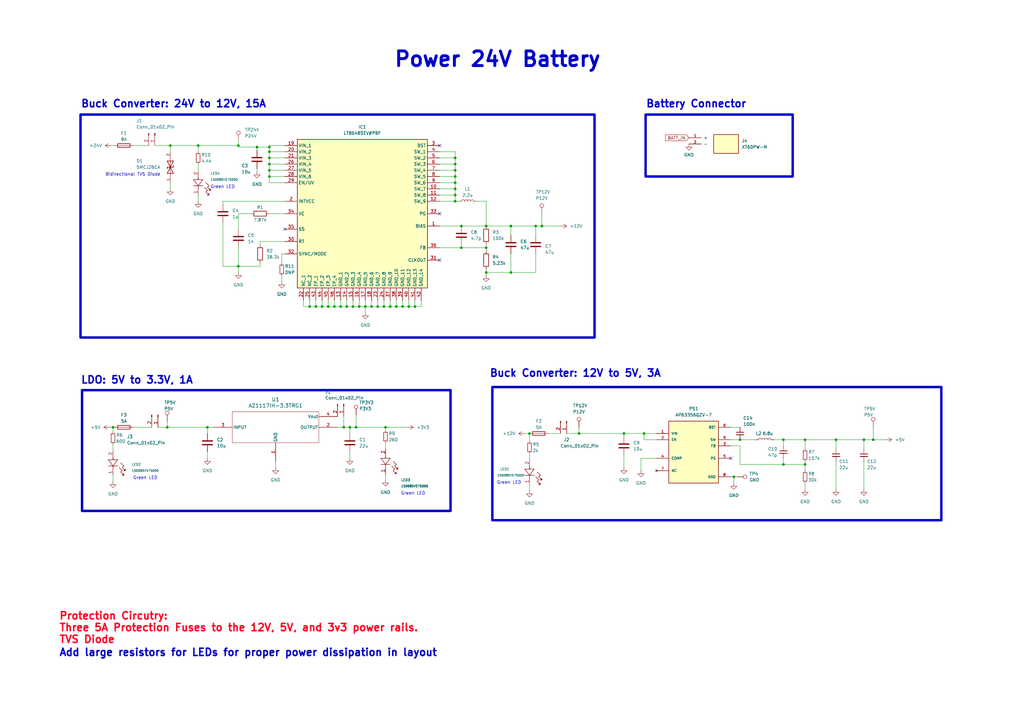
<source format=kicad_sch>
(kicad_sch (version 20230121) (generator eeschema)
  (paper "A3")
  (lib_symbols
    (symbol "2024-02-15_17-38-45:AZ1117IH-3.3TRG1" (pin_names (offset 0.254))
      (property "Reference" "U1" (at 25.4 10.16 0))
      (property "Value" "AZ1117IH-3.3TRG1" (at 25.4 7.62 0))
      (symbol "AZ1117IH-3.3TRG1_0_1"
        (polyline (pts (xy 7.62 -7.62) (xy 43.18 -7.62)) (stroke (width 0.127)))
        (polyline (pts (xy 7.62 5.08) (xy 7.62 -7.62)) (stroke (width 0.127)))
        (polyline (pts (xy 43.18 -7.62) (xy 43.18 5.08)) (stroke (width 0.127)))
        (polyline (pts (xy 43.18 5.08) (xy 7.62 5.08)) (stroke (width 0.127)))
        (pin output line (at 50.8 -1.27 180) (length 7.62) (name "OUTPUT") (number "2"))
      )
      (symbol "AZ1117IH-3.3TRG1_1_1"
        (pin power_out line (at 25.4 -15.24 90) (length 7.62) (name "GND") (number "1"))
        (pin input line (at 0 -1.27 0) (length 7.62) (name "INPUT") (number "3"))
        (pin input line (at 50.8 3.175 180) (length 7.62) (name "Vout") (number "4"))
      )
    )
    (symbol "2024-02-25_19-51-49:150080VS75000" (pin_names (offset 0.254))
      (property "Reference" "LED" (at 5.08 -4.445 0))
      (property "Value" "150080VS75000" (at 5.08 -7.62 0))
      (symbol "150080VS75000_1_1"
        (polyline (pts (xy 2.54 0) (xy 3.4798 0)) (stroke (width 0.2032)))
        (polyline (pts (xy 3.175 0) (xy 3.81 0)) (stroke (width 0.2032)))
        (polyline (pts (xy 3.81 -1.905) (xy 6.35 0)) (stroke (width 0.2032)))
        (polyline (pts (xy 3.81 1.905) (xy 3.81 -1.905)) (stroke (width 0.2032)))
        (polyline (pts (xy 5.08 3.175) (xy 6.35 4.445)) (stroke (width 0.2032)))
        (polyline (pts (xy 6.35 -1.905) (xy 6.35 1.905)) (stroke (width 0.2032)))
        (polyline (pts (xy 6.35 0) (xy 3.81 1.905)) (stroke (width 0.2032)))
        (polyline (pts (xy 6.35 0) (xy 7.62 0)) (stroke (width 0.2032)))
        (polyline (pts (xy 6.35 4.445) (xy 6.985 3.81)) (stroke (width 0.2032)))
        (polyline (pts (xy 6.985 2.54) (xy 8.255 3.81)) (stroke (width 0.2032)))
        (polyline (pts (xy 6.985 3.81) (xy 8.255 5.08)) (stroke (width 0.2032)))
        (polyline (pts (xy 7.62 5.08) (xy 8.255 4.445)) (stroke (width 0.2032)))
        (polyline (pts (xy 8.255 3.81) (xy 8.89 3.175)) (stroke (width 0.2032)))
        (polyline (pts (xy 8.255 4.445) (xy 8.255 5.08)) (stroke (width 0.2032)))
        (polyline (pts (xy 8.255 5.08) (xy 7.62 5.08)) (stroke (width 0.2032)))
        (polyline (pts (xy 8.89 3.175) (xy 10.16 4.445)) (stroke (width 0.2032)))
        (polyline (pts (xy 9.525 4.445) (xy 10.16 3.81)) (stroke (width 0.2032)))
        (polyline (pts (xy 10.16 3.81) (xy 10.16 4.445)) (stroke (width 0.2032)))
        (polyline (pts (xy 10.16 4.445) (xy 9.525 4.445)) (stroke (width 0.2032)))
        (pin unspecified line (at 10.16 0 180) (length 2.54) (name "") (number "1"))
        (pin unspecified line (at 0 0 0) (length 2.54) (name "") (number "2"))
      )
    )
    (symbol "AP63356QZV-7:AP63356QZV-7" (pin_names (offset 1.016))
      (property "Reference" "PS" (at -10.16 13.97 0))
      (property "Value" "AP63356QZV-7" (at -10.16 -13.97 0))
      (symbol "AP63356QZV-7_0_0"
        (rectangle (start -10.16 -12.7) (end 10.16 12.7) (stroke (width 0.254)) (fill (type background)))
        (pin input line (at -15.24 7.62 0) (length 5.08) (name "VIN") (number "1"))
        (pin input line (at -15.24 5.08 0) (length 5.08) (name "EN") (number "2"))
        (pin input line (at 15.24 2.54 180) (length 5.08) (name "FB") (number "3"))
        (pin passive line (at -15.24 -2.54 0) (length 5.08) (name "COMP") (number "4"))
        (pin output line (at 15.24 -2.54 180) (length 5.08) (name "PG") (number "5"))
        (pin input line (at 15.24 10.16 180) (length 5.08) (name "BST") (number "6"))
        (pin no_connect line (at -15.24 -7.62 0) (length 5.08) (name "NC") (number "7"))
        (pin power_in line (at 15.24 -10.16 180) (length 5.08) (name "GND") (number "8"))
        (pin output line (at 15.24 5.08 180) (length 5.08) (name "SW") (number "9"))
      )
    )
    (symbol "Connector:Conn_01x02_Pin" (pin_names (offset 1.016) hide)
      (property "Reference" "J" (at 0 2.54 0))
      (property "Value" "Conn_01x02_Pin" (at 0 -5.08 0))
      (symbol "Conn_01x02_Pin_1_1"
        (polyline (pts (xy 1.27 -2.54) (xy 0.8636 -2.54)) (stroke (width 0.1524)))
        (polyline (pts (xy 1.27 0) (xy 0.8636 0)) (stroke (width 0.1524)))
        (rectangle (start 0.8636 -2.413) (end 0 -2.667) (stroke (width 0.1524)) (fill (type outline)))
        (rectangle (start 0.8636 0.127) (end 0 -0.127) (stroke (width 0.1524)) (fill (type outline)))
        (pin passive line (at 5.08 0 180) (length 3.81) (name "Pin_1") (number "1"))
        (pin passive line (at 5.08 -2.54 180) (length 3.81) (name "Pin_2") (number "2"))
      )
    )
    (symbol "Connector:TestPoint" (pin_numbers hide) (pin_names (offset 0.762) hide)
      (property "Reference" "TP" (at 0 6.858 0))
      (property "Value" "TestPoint" (at 0 5.08 0))
      (symbol "TestPoint_0_1"
        (circle (center 0 3.302) (radius 0.762))
      )
      (symbol "TestPoint_1_1"
        (pin passive line (at 0 0 90) (length 2.54) (name "1") (number "1"))
      )
    )
    (symbol "Device:C" (pin_numbers hide) (pin_names (offset 0.254))
      (property "Reference" "C" (at 0.635 2.54 0))
      (property "Value" "C" (at 0.635 -2.54 0))
      (symbol "C_0_1"
        (polyline (pts (xy -2.032 -0.762) (xy 2.032 -0.762)) (stroke (width 0.508)))
        (polyline (pts (xy -2.032 0.762) (xy 2.032 0.762)) (stroke (width 0.508)))
      )
      (symbol "C_1_1"
        (pin passive line (at 0 3.81 270) (length 2.794) (name "~") (number "1"))
        (pin passive line (at 0 -3.81 90) (length 2.794) (name "~") (number "2"))
      )
    )
    (symbol "Device:C_Small" (pin_numbers hide) (pin_names (offset 0.254) hide)
      (property "Reference" "C" (at 0.254 1.778 0))
      (property "Value" "C_Small" (at 0.254 -2.032 0))
      (symbol "C_Small_0_1"
        (polyline (pts (xy -1.524 -0.508) (xy 1.524 -0.508)) (stroke (width 0.3302)))
        (polyline (pts (xy -1.524 0.508) (xy 1.524 0.508)) (stroke (width 0.3048)))
      )
      (symbol "C_Small_1_1"
        (pin passive line (at 0 2.54 270) (length 2.032) (name "~") (number "1"))
        (pin passive line (at 0 -2.54 90) (length 2.032) (name "~") (number "2"))
      )
    )
    (symbol "Device:Fuse" (pin_numbers hide) (pin_names (offset 0))
      (property "Reference" "F" (at 2.032 0 90))
      (property "Value" "Fuse" (at -1.905 0 90))
      (symbol "Fuse_0_1"
        (rectangle (start -0.762 -2.54) (end 0.762 2.54) (stroke (width 0.254)))
        (polyline (pts (xy 0 2.54) (xy 0 -2.54)))
      )
      (symbol "Fuse_1_1"
        (pin passive line (at 0 3.81 270) (length 1.27) (name "~") (number "1"))
        (pin passive line (at 0 -3.81 90) (length 1.27) (name "~") (number "2"))
      )
    )
    (symbol "Device:L" (pin_numbers hide) (pin_names (offset 1.016) hide)
      (property "Reference" "L" (at -1.27 0 90))
      (property "Value" "L" (at 1.905 0 90))
      (symbol "L_0_1"
        (arc (start 0 -2.54) (mid 0.6323 -1.905) (end 0 -1.27))
        (arc (start 0 -1.27) (mid 0.6323 -0.635) (end 0 0))
        (arc (start 0 0) (mid 0.6323 0.635) (end 0 1.27))
        (arc (start 0 1.27) (mid 0.6323 1.905) (end 0 2.54))
      )
      (symbol "L_1_1"
        (pin passive line (at 0 3.81 270) (length 1.27) (name "1") (number "1"))
        (pin passive line (at 0 -3.81 90) (length 1.27) (name "2") (number "2"))
      )
    )
    (symbol "Device:R" (pin_numbers hide) (pin_names (offset 0))
      (property "Reference" "R" (at 2.032 0 90))
      (property "Value" "R" (at 0 0 90))
      (symbol "R_0_1"
        (rectangle (start -1.016 -2.54) (end 1.016 2.54) (stroke (width 0.254)))
      )
      (symbol "R_1_1"
        (pin passive line (at 0 3.81 270) (length 1.27) (name "~") (number "1"))
        (pin passive line (at 0 -3.81 90) (length 1.27) (name "~") (number "2"))
      )
    )
    (symbol "Device:R_Small" (pin_numbers hide) (pin_names (offset 0.254) hide)
      (property "Reference" "R" (at 0.762 0.508 0))
      (property "Value" "R_Small" (at 0.762 -1.016 0))
      (symbol "R_Small_0_1"
        (rectangle (start -0.762 1.778) (end 0.762 -1.778) (stroke (width 0.2032)))
      )
      (symbol "R_Small_1_1"
        (pin passive line (at 0 2.54 270) (length 0.762) (name "~") (number "1"))
        (pin passive line (at 0 -2.54 90) (length 0.762) (name "~") (number "2"))
      )
    )
    (symbol "LT8648SEV#PBF:LT8648SEV#PBF"
      (property "Reference" "IC1" (at 31.75 7.62 0))
      (property "Value" "LT8648SEV#PBF" (at 31.75 5.08 0))
      (symbol "LT8648SEV#PBF_1_1"
        (rectangle (start 5.08 2.54) (end 58.42 -58.42) (stroke (width 0.254)) (fill (type background)))
        (pin passive line (at 63.5 -33.02 180) (length 5.08) (name "BIAS") (number "1"))
        (pin passive line (at 63.5 -17.78 180) (length 5.08) (name "SW_7") (number "10"))
        (pin passive line (at 63.5 -20.32 180) (length 5.08) (name "SW_8") (number "11"))
        (pin passive line (at 63.5 -22.86 180) (length 5.08) (name "SW_9") (number "12"))
        (pin passive line (at 22.86 -63.5 90) (length 5.08) (name "GND_1") (number "13"))
        (pin passive line (at 25.4 -63.5 90) (length 5.08) (name "GND_2") (number "14"))
        (pin passive line (at 27.94 -63.5 90) (length 5.08) (name "GND_3") (number "15"))
        (pin passive line (at 30.48 -63.5 90) (length 5.08) (name "GND_4") (number "16"))
        (pin passive line (at 33.02 -63.5 90) (length 5.08) (name "GND_5") (number "17"))
        (pin passive line (at 35.56 -63.5 90) (length 5.08) (name "GND_6") (number "18"))
        (pin passive line (at 0 0 0) (length 5.08) (name "VIN_1") (number "19"))
        (pin passive line (at 0 -22.86 0) (length 5.08) (name "INTVCC") (number "2"))
        (pin passive line (at 0 -2.54 0) (length 5.08) (name "VIN_2") (number "20"))
        (pin passive line (at 0 -5.08 0) (length 5.08) (name "VIN_3") (number "21"))
        (pin passive line (at 7.62 -63.5 90) (length 5.08) (name "NC_1") (number "22"))
        (pin passive line (at 38.1 -63.5 90) (length 5.08) (name "GND_7") (number "23"))
        (pin passive line (at 40.64 -63.5 90) (length 5.08) (name "GND_8") (number "24"))
        (pin passive line (at 10.16 -63.5 90) (length 5.08) (name "NC_2") (number "25"))
        (pin passive line (at 0 -7.62 0) (length 5.08) (name "VIN_4") (number "26"))
        (pin passive line (at 0 -10.16 0) (length 5.08) (name "VIN_5") (number "27"))
        (pin passive line (at 0 -12.7 0) (length 5.08) (name "VIN_6") (number "28"))
        (pin passive line (at 0 -15.24 0) (length 5.08) (name "EN/UV") (number "29"))
        (pin passive line (at 63.5 0 180) (length 5.08) (name "BST") (number "3"))
        (pin passive line (at 0 -39.37 0) (length 5.08) (name "RT") (number "30"))
        (pin passive line (at 63.5 -46.99 180) (length 5.08) (name "CLKOUT") (number "31"))
        (pin passive line (at 0 -44.45 0) (length 5.08) (name "SYNC/MODE") (number "32"))
        (pin passive line (at 63.5 -27.94 180) (length 5.08) (name "PG") (number "33"))
        (pin passive line (at 0 -27.94 0) (length 5.08) (name "VC") (number "34"))
        (pin passive line (at 0 -34.29 0) (length 5.08) (name "SS") (number "35"))
        (pin passive line (at 63.5 -41.91 180) (length 5.08) (name "FB") (number "36"))
        (pin passive line (at 43.18 -63.5 90) (length 5.08) (name "GND_9") (number "37"))
        (pin passive line (at 45.72 -63.5 90) (length 5.08) (name "GND_10") (number "38"))
        (pin passive line (at 48.26 -63.5 90) (length 5.08) (name "GND_11") (number "39"))
        (pin passive line (at 63.5 -2.54 180) (length 5.08) (name "SW_1") (number "4"))
        (pin passive line (at 50.8 -63.5 90) (length 5.08) (name "GND_12") (number "40"))
        (pin passive line (at 53.34 -63.5 90) (length 5.08) (name "GND_13") (number "41"))
        (pin passive line (at 55.88 -63.5 90) (length 5.08) (name "GND_14") (number "42"))
        (pin passive line (at 12.7 -63.5 90) (length 5.08) (name "EP_1") (number "43"))
        (pin passive line (at 15.24 -63.5 90) (length 5.08) (name "EP_2") (number "44"))
        (pin passive line (at 17.78 -63.5 90) (length 5.08) (name "EP_3") (number "45"))
        (pin passive line (at 20.32 -63.5 90) (length 5.08) (name "EP_4") (number "46"))
        (pin passive line (at 63.5 -5.08 180) (length 5.08) (name "SW_2") (number "5"))
        (pin passive line (at 63.5 -7.62 180) (length 5.08) (name "SW_3") (number "6"))
        (pin passive line (at 63.5 -10.16 180) (length 5.08) (name "SW_4") (number "7"))
        (pin passive line (at 63.5 -12.7 180) (length 5.08) (name "SW_5") (number "8"))
        (pin passive line (at 63.5 -15.24 180) (length 5.08) (name "SW_6") (number "9"))
      )
    )
    (symbol "SMCJ26CA:SMCJ26CA" (pin_names (offset 1.016))
      (property "Reference" "D" (at -7.62 2.413 0))
      (property "Value" "SMCJ26CA" (at -7.62 -4.953 0))
      (symbol "SMCJ26CA_0_0"
        (polyline (pts (xy -5.08 0) (xy 2.54 0)) (stroke (width 0.1524)))
        (polyline (pts (xy -3.81 -1.27) (xy -1.27 0)) (stroke (width 0.254)))
        (polyline (pts (xy -3.81 1.27) (xy -3.81 -1.27)) (stroke (width 0.254)))
        (polyline (pts (xy -1.905 1.27) (xy -1.27 1.27)) (stroke (width 0.254)))
        (polyline (pts (xy -1.27 -1.27) (xy -1.27 0)) (stroke (width 0.254)))
        (polyline (pts (xy -1.27 0) (xy -3.81 1.27)) (stroke (width 0.254)))
        (polyline (pts (xy -1.27 0) (xy -1.27 1.27)) (stroke (width 0.254)))
        (polyline (pts (xy -1.27 0) (xy 1.27 -1.27)) (stroke (width 0.254)))
        (polyline (pts (xy -0.635 -1.27) (xy -1.27 -1.27)) (stroke (width 0.254)))
        (polyline (pts (xy 1.27 -1.27) (xy 1.27 1.27)) (stroke (width 0.254)))
        (polyline (pts (xy 1.27 1.27) (xy -1.27 0)) (stroke (width 0.254)))
        (pin passive line (at -7.62 0 0) (length 2.54) (name "~") (number "1"))
        (pin passive line (at 5.08 0 180) (length 2.54) (name "~") (number "2"))
      )
    )
    (symbol "XT60PW-M:XT60PW-M" (pin_names (offset 1.016))
      (property "Reference" "J" (at -5.08 5.7234 0))
      (property "Value" "XT60PW-M" (at 0 3.81 0))
      (symbol "XT60PW-M_0_0"
        (rectangle (start 0 3.81) (end 10.16 -3.81) (stroke (width 0.254)) (fill (type background)))
        (pin passive line (at -10.16 2.54 0) (length 5.08) (name "+") (number "1"))
        (pin passive line (at -10.16 0 0) (length 5.08) (name "-") (number "2"))
      )
    )
    (symbol "power:+12V" (power) (pin_names (offset 0))
      (property "Value" "+12V" (at 0 3.556 0))
      (symbol "+12V_0_1"
        (polyline (pts (xy -0.762 1.27) (xy 0 2.54)))
        (polyline (pts (xy 0 0) (xy 0 2.54)))
        (polyline (pts (xy 0 2.54) (xy 0.762 1.27)))
      )
      (symbol "+12V_1_1"
        (pin power_in line (at 0 0 90) (length 0) hide (name "+12V") (number "1"))
      )
    )
    (symbol "power:+24V" (power) (pin_names (offset 0))
      (property "Value" "+24V" (at 0 3.556 0))
      (symbol "+24V_0_1"
        (polyline (pts (xy -0.762 1.27) (xy 0 2.54)))
        (polyline (pts (xy 0 0) (xy 0 2.54)))
        (polyline (pts (xy 0 2.54) (xy 0.762 1.27)))
      )
      (symbol "+24V_1_1"
        (pin power_in line (at 0 0 90) (length 0) hide (name "+24V") (number "1"))
      )
    )
    (symbol "power:+3V3" (power) (pin_names (offset 0))
      (property "Value" "+3V3" (at 0 3.556 0))
      (symbol "+3V3_0_1"
        (polyline (pts (xy -0.762 1.27) (xy 0 2.54)))
        (polyline (pts (xy 0 0) (xy 0 2.54)))
        (polyline (pts (xy 0 2.54) (xy 0.762 1.27)))
      )
      (symbol "+3V3_1_1"
        (pin power_in line (at 0 0 90) (length 0) hide (name "+3V3") (number "1"))
      )
    )
    (symbol "power:+5V" (power) (pin_names (offset 0))
      (property "Value" "+5V" (at 0 3.556 0))
      (symbol "+5V_0_1"
        (polyline (pts (xy -0.762 1.27) (xy 0 2.54)))
        (polyline (pts (xy 0 0) (xy 0 2.54)))
        (polyline (pts (xy 0 2.54) (xy 0.762 1.27)))
      )
      (symbol "+5V_1_1"
        (pin power_in line (at 0 0 90) (length 0) hide (name "+5V") (number "1"))
      )
    )
    (symbol "power:GND" (power) (pin_names (offset 0))
      (property "Value" "GND" (at 0 -3.81 0))
      (symbol "GND_0_1"
        (polyline (pts (xy 0 0) (xy 0 -1.27) (xy 1.27 -1.27) (xy 0 -2.54) (xy -1.27 -1.27) (xy 0 -1.27)))
      )
      (symbol "GND_1_1"
        (pin power_in line (at 0 0 270) (length 0) hide (name "GND") (number "1"))
      )
    )
  )
  (junction (at 186.69 80.01))
  (junction (at 321.31 180.34))
  (junction (at 186.69 74.93))
  (junction (at 160.02 125.73))
  (junction (at 149.86 125.73))
  (junction (at 209.55 92.71))
  (junction (at 144.78 125.73))
  (junction (at 129.54 125.73))
  (junction (at 330.2 190.5))
  (junction (at 158.115 175.26))
  (junction (at 219.71 92.71))
  (junction (at 189.23 101.6))
  (junction (at 358.14 180.34))
  (junction (at 186.69 72.39))
  (junction (at 85.09 175.26))
  (junction (at 81.28 59.69))
  (junction (at 105.41 60.325))
  (junction (at 137.16 125.73))
  (junction (at 186.69 69.85))
  (junction (at 154.94 125.73))
  (junction (at 139.7 125.73))
  (junction (at 46.355 175.26))
  (junction (at 321.31 190.5))
  (junction (at 146.05 175.26))
  (junction (at 170.18 125.73))
  (junction (at 127 125.73))
  (junction (at 186.69 67.31))
  (junction (at 110.49 67.31))
  (junction (at 142.24 125.73))
  (junction (at 97.79 59.69))
  (junction (at 110.49 69.85))
  (junction (at 143.51 175.26))
  (junction (at 110.49 64.77))
  (junction (at 165.1 125.73))
  (junction (at 264.16 177.8))
  (junction (at 237.49 177.8))
  (junction (at 162.56 125.73))
  (junction (at 152.4 125.73))
  (junction (at 255.905 177.8))
  (junction (at 110.49 60.325))
  (junction (at 342.9 180.34))
  (junction (at 222.25 92.71))
  (junction (at 209.55 111.76))
  (junction (at 330.2 180.34))
  (junction (at 132.08 125.73))
  (junction (at 199.39 111.76))
  (junction (at 68.58 175.26))
  (junction (at 217.17 177.8))
  (junction (at 157.48 125.73))
  (junction (at 97.79 109.22))
  (junction (at 199.39 101.6))
  (junction (at 147.32 125.73))
  (junction (at 69.85 59.69))
  (junction (at 167.64 125.73))
  (junction (at 300.99 195.58))
  (junction (at 303.53 180.34))
  (junction (at 110.49 62.23))
  (junction (at 354.33 180.34))
  (junction (at 134.62 125.73))
  (junction (at 186.69 77.47))
  (junction (at 189.23 92.71))
  (junction (at 110.49 72.39))
  (junction (at 186.69 82.55))
  (junction (at 186.69 64.77))
  (junction (at 199.39 92.71))
  (junction (at 140.97 175.26))
  (no_connect (at 299.72 187.96))
  (no_connect (at 180.34 87.63))
  (no_connect (at 180.34 106.68))
  (no_connect (at 180.34 59.69))
  (no_connect (at 116.84 93.98))
  (wire (pts (xy 46.355 175.26) (xy 46.355 177.165)))
  (wire (pts (xy 116.84 99.06) (xy 106.68 99.06)))
  (wire (pts (xy 222.25 92.71) (xy 219.71 92.71)))
  (wire (pts (xy 139.7 123.19) (xy 139.7 125.73)))
  (wire (pts (xy 321.31 190.5) (xy 330.2 190.5)))
  (wire (pts (xy 137.16 125.73) (xy 139.7 125.73)))
  (wire (pts (xy 64.77 175.26) (xy 68.58 175.26)))
  (wire (pts (xy 81.28 80.01) (xy 81.28 82.55)))
  (wire (pts (xy 110.49 62.23) (xy 110.49 60.325)))
  (wire (pts (xy 199.39 92.71) (xy 199.39 82.55)))
  (wire (pts (xy 68.58 175.26) (xy 85.09 175.26)))
  (wire (pts (xy 199.39 102.87) (xy 199.39 101.6)))
  (wire (pts (xy 81.28 59.69) (xy 81.28 62.23)))
  (wire (pts (xy 154.94 123.19) (xy 154.94 125.73)))
  (wire (pts (xy 237.49 177.8) (xy 255.905 177.8)))
  (wire (pts (xy 264.16 180.34) (xy 264.16 177.8)))
  (wire (pts (xy 106.68 99.06) (xy 106.68 100.33)))
  (wire (pts (xy 46.355 175.26) (xy 46.99 175.26)))
  (wire (pts (xy 219.71 96.52) (xy 219.71 92.71)))
  (wire (pts (xy 157.48 123.19) (xy 157.48 125.73)))
  (wire (pts (xy 209.55 96.52) (xy 209.55 92.71)))
  (wire (pts (xy 91.44 82.55) (xy 116.84 82.55)))
  (wire (pts (xy 124.46 125.73) (xy 127 125.73)))
  (wire (pts (xy 180.34 64.77) (xy 186.69 64.77)))
  (wire (pts (xy 97.79 59.69) (xy 97.79 60.325)))
  (wire (pts (xy 330.2 189.23) (xy 330.2 190.5)))
  (wire (pts (xy 69.85 59.69) (xy 69.85 62.23)))
  (wire (pts (xy 91.44 91.44) (xy 91.44 109.22)))
  (wire (pts (xy 116.84 74.93) (xy 110.49 74.93)))
  (wire (pts (xy 91.44 83.82) (xy 91.44 82.55)))
  (wire (pts (xy 321.31 180.34) (xy 317.5 180.34)))
  (wire (pts (xy 149.86 125.73) (xy 149.86 128.27)))
  (wire (pts (xy 97.79 57.785) (xy 97.79 59.69)))
  (wire (pts (xy 132.08 125.73) (xy 134.62 125.73)))
  (wire (pts (xy 110.49 74.93) (xy 110.49 72.39)))
  (wire (pts (xy 300.99 195.58) (xy 302.26 195.58)))
  (wire (pts (xy 219.71 104.14) (xy 219.71 111.76)))
  (wire (pts (xy 110.49 69.85) (xy 116.84 69.85)))
  (wire (pts (xy 303.53 180.34) (xy 309.88 180.34)))
  (wire (pts (xy 162.56 123.19) (xy 162.56 125.73)))
  (wire (pts (xy 105.41 60.325) (xy 105.41 61.595)))
  (wire (pts (xy 137.16 123.19) (xy 137.16 125.73)))
  (wire (pts (xy 300.99 198.12) (xy 300.99 195.58)))
  (wire (pts (xy 186.69 82.55) (xy 187.96 82.55)))
  (wire (pts (xy 255.905 177.8) (xy 255.905 179.07)))
  (wire (pts (xy 180.34 82.55) (xy 186.69 82.55)))
  (wire (pts (xy 143.51 185.42) (xy 143.51 187.96)))
  (wire (pts (xy 209.55 104.14) (xy 209.55 111.76)))
  (wire (pts (xy 110.49 87.63) (xy 116.84 87.63)))
  (wire (pts (xy 54.61 175.26) (xy 62.23 175.26)))
  (wire (pts (xy 167.64 125.73) (xy 170.18 125.73)))
  (wire (pts (xy 110.49 60.325) (xy 110.49 59.69)))
  (wire (pts (xy 358.14 180.34) (xy 363.22 180.34)))
  (wire (pts (xy 124.46 123.19) (xy 124.46 125.73)))
  (wire (pts (xy 85.09 175.26) (xy 87.63 175.26)))
  (wire (pts (xy 217.17 177.8) (xy 217.17 180.975)))
  (wire (pts (xy 299.72 182.88) (xy 303.53 182.88)))
  (wire (pts (xy 138.43 175.26) (xy 140.97 175.26)))
  (wire (pts (xy 91.44 109.22) (xy 97.79 109.22)))
  (wire (pts (xy 45.72 59.69) (xy 46.99 59.69)))
  (wire (pts (xy 264.16 177.8) (xy 255.905 177.8)))
  (wire (pts (xy 354.33 180.34) (xy 358.14 180.34)))
  (wire (pts (xy 97.79 109.22) (xy 97.79 111.76)))
  (wire (pts (xy 189.23 92.71) (xy 199.39 92.71)))
  (wire (pts (xy 186.69 72.39) (xy 186.69 74.93)))
  (wire (pts (xy 199.39 82.55) (xy 195.58 82.55)))
  (wire (pts (xy 180.34 92.71) (xy 189.23 92.71)))
  (wire (pts (xy 116.84 59.69) (xy 110.49 59.69)))
  (wire (pts (xy 199.39 111.76) (xy 199.39 113.03)))
  (wire (pts (xy 170.18 125.73) (xy 172.72 125.73)))
  (wire (pts (xy 115.57 113.03) (xy 115.57 115.57)))
  (wire (pts (xy 132.08 123.19) (xy 132.08 125.73)))
  (wire (pts (xy 146.05 175.26) (xy 158.115 175.26)))
  (wire (pts (xy 180.34 74.93) (xy 186.69 74.93)))
  (wire (pts (xy 162.56 125.73) (xy 165.1 125.73)))
  (wire (pts (xy 255.905 186.69) (xy 255.905 191.77)))
  (wire (pts (xy 354.33 189.23) (xy 354.33 200.66)))
  (wire (pts (xy 152.4 125.73) (xy 154.94 125.73)))
  (wire (pts (xy 160.02 123.19) (xy 160.02 125.73)))
  (wire (pts (xy 158.115 175.26) (xy 158.115 176.53)))
  (wire (pts (xy 110.49 64.77) (xy 116.84 64.77)))
  (wire (pts (xy 69.85 59.69) (xy 81.28 59.69)))
  (wire (pts (xy 269.24 187.96) (xy 262.89 187.96)))
  (wire (pts (xy 110.49 72.39) (xy 110.49 69.85)))
  (wire (pts (xy 170.18 123.19) (xy 170.18 125.73)))
  (wire (pts (xy 134.62 123.19) (xy 134.62 125.73)))
  (wire (pts (xy 342.9 180.34) (xy 354.33 180.34)))
  (wire (pts (xy 342.9 189.23) (xy 342.9 200.66)))
  (wire (pts (xy 358.14 175.26) (xy 358.14 180.34)))
  (wire (pts (xy 342.9 184.15) (xy 342.9 180.34)))
  (wire (pts (xy 199.39 111.76) (xy 199.39 110.49)))
  (wire (pts (xy 129.54 123.19) (xy 129.54 125.73)))
  (wire (pts (xy 330.2 180.34) (xy 342.9 180.34)))
  (wire (pts (xy 158.115 175.26) (xy 167.005 175.26)))
  (wire (pts (xy 97.79 60.325) (xy 105.41 60.325)))
  (wire (pts (xy 180.34 69.85) (xy 186.69 69.85)))
  (wire (pts (xy 63.5 59.69) (xy 69.85 59.69)))
  (wire (pts (xy 110.49 60.325) (xy 105.41 60.325)))
  (wire (pts (xy 330.2 198.12) (xy 330.2 200.66)))
  (wire (pts (xy 167.64 123.19) (xy 167.64 125.73)))
  (wire (pts (xy 217.17 186.055) (xy 217.17 188.595)))
  (wire (pts (xy 110.49 64.77) (xy 110.49 62.23)))
  (wire (pts (xy 115.57 104.14) (xy 115.57 107.95)))
  (wire (pts (xy 354.33 180.34) (xy 354.33 184.15)))
  (wire (pts (xy 165.1 125.73) (xy 167.64 125.73)))
  (wire (pts (xy 146.05 170.18) (xy 146.05 175.26)))
  (wire (pts (xy 299.72 175.26) (xy 303.53 175.26)))
  (wire (pts (xy 149.86 125.73) (xy 152.4 125.73)))
  (wire (pts (xy 321.31 182.88) (xy 321.31 180.34)))
  (wire (pts (xy 237.49 175.26) (xy 237.49 177.8)))
  (wire (pts (xy 199.39 100.33) (xy 199.39 101.6)))
  (wire (pts (xy 140.97 170.815) (xy 140.97 175.26)))
  (wire (pts (xy 147.32 123.19) (xy 147.32 125.73)))
  (wire (pts (xy 143.51 177.8) (xy 143.51 175.26)))
  (wire (pts (xy 330.2 180.34) (xy 321.31 180.34)))
  (wire (pts (xy 180.34 80.01) (xy 186.69 80.01)))
  (wire (pts (xy 81.28 67.31) (xy 81.28 69.85)))
  (wire (pts (xy 180.34 72.39) (xy 186.69 72.39)))
  (wire (pts (xy 219.71 92.71) (xy 209.55 92.71)))
  (wire (pts (xy 144.78 125.73) (xy 147.32 125.73)))
  (wire (pts (xy 330.2 184.15) (xy 330.2 180.34)))
  (wire (pts (xy 186.69 62.23) (xy 186.69 64.77)))
  (wire (pts (xy 143.51 175.26) (xy 146.05 175.26)))
  (wire (pts (xy 68.58 172.72) (xy 68.58 175.26)))
  (wire (pts (xy 232.41 177.8) (xy 237.49 177.8)))
  (wire (pts (xy 222.25 92.71) (xy 229.87 92.71)))
  (wire (pts (xy 180.34 101.6) (xy 189.23 101.6)))
  (wire (pts (xy 110.49 67.31) (xy 116.84 67.31)))
  (wire (pts (xy 269.24 180.34) (xy 264.16 180.34)))
  (wire (pts (xy 180.34 77.47) (xy 186.69 77.47)))
  (wire (pts (xy 85.09 185.42) (xy 85.09 187.96)))
  (wire (pts (xy 110.49 69.85) (xy 110.49 67.31)))
  (wire (pts (xy 97.79 109.22) (xy 106.68 109.22)))
  (wire (pts (xy 186.69 80.01) (xy 186.69 82.55)))
  (wire (pts (xy 154.94 125.73) (xy 157.48 125.73)))
  (wire (pts (xy 105.41 69.215) (xy 105.41 70.485)))
  (wire (pts (xy 300.99 195.58) (xy 299.72 195.58)))
  (wire (pts (xy 129.54 125.73) (xy 132.08 125.73)))
  (wire (pts (xy 97.79 101.6) (xy 97.79 109.22)))
  (wire (pts (xy 116.84 72.39) (xy 110.49 72.39)))
  (wire (pts (xy 180.34 62.23) (xy 186.69 62.23)))
  (wire (pts (xy 186.69 74.93) (xy 186.69 77.47)))
  (wire (pts (xy 189.23 100.33) (xy 189.23 101.6)))
  (wire (pts (xy 217.17 198.755) (xy 217.17 201.295)))
  (wire (pts (xy 69.85 74.93) (xy 69.85 77.47)))
  (wire (pts (xy 186.69 67.31) (xy 186.69 69.85)))
  (wire (pts (xy 219.71 111.76) (xy 209.55 111.76)))
  (wire (pts (xy 127 123.19) (xy 127 125.73)))
  (wire (pts (xy 180.34 67.31) (xy 186.69 67.31)))
  (wire (pts (xy 217.17 177.8) (xy 215.265 177.8)))
  (wire (pts (xy 149.86 123.19) (xy 149.86 125.73)))
  (wire (pts (xy 46.355 182.245) (xy 46.355 184.785)))
  (wire (pts (xy 209.55 111.76) (xy 199.39 111.76)))
  (wire (pts (xy 116.84 104.14) (xy 115.57 104.14)))
  (wire (pts (xy 262.89 187.96) (xy 262.89 193.04)))
  (wire (pts (xy 158.115 194.31) (xy 158.115 196.85)))
  (wire (pts (xy 303.53 190.5) (xy 321.31 190.5)))
  (wire (pts (xy 106.68 109.22) (xy 106.68 107.95)))
  (wire (pts (xy 152.4 123.19) (xy 152.4 125.73)))
  (wire (pts (xy 186.69 64.77) (xy 186.69 67.31)))
  (wire (pts (xy 110.49 67.31) (xy 110.49 64.77)))
  (wire (pts (xy 110.49 62.23) (xy 116.84 62.23)))
  (wire (pts (xy 113.03 189.23) (xy 113.03 191.77)))
  (wire (pts (xy 209.55 92.71) (xy 199.39 92.71)))
  (wire (pts (xy 81.28 59.69) (xy 97.79 59.69)))
  (wire (pts (xy 127 125.73) (xy 129.54 125.73)))
  (wire (pts (xy 54.61 59.69) (xy 60.96 59.69)))
  (wire (pts (xy 85.09 177.8) (xy 85.09 175.26)))
  (wire (pts (xy 144.78 123.19) (xy 144.78 125.73)))
  (wire (pts (xy 46.355 194.945) (xy 46.355 197.485)))
  (wire (pts (xy 172.72 125.73) (xy 172.72 123.19)))
  (wire (pts (xy 160.02 125.73) (xy 162.56 125.73)))
  (wire (pts (xy 102.87 87.63) (xy 97.79 87.63)))
  (wire (pts (xy 157.48 125.73) (xy 160.02 125.73)))
  (wire (pts (xy 330.2 190.5) (xy 330.2 193.04)))
  (wire (pts (xy 224.79 177.8) (xy 229.87 177.8)))
  (wire (pts (xy 45.085 175.26) (xy 46.355 175.26)))
  (wire (pts (xy 321.31 187.96) (xy 321.31 190.5)))
  (wire (pts (xy 165.1 123.19) (xy 165.1 125.73)))
  (wire (pts (xy 186.69 77.47) (xy 186.69 80.01)))
  (wire (pts (xy 134.62 125.73) (xy 137.16 125.73)))
  (wire (pts (xy 147.32 125.73) (xy 149.86 125.73)))
  (wire (pts (xy 142.24 123.19) (xy 142.24 125.73)))
  (wire (pts (xy 269.24 177.8) (xy 264.16 177.8)))
  (wire (pts (xy 222.25 87.63) (xy 222.25 92.71)))
  (wire (pts (xy 186.69 69.85) (xy 186.69 72.39)))
  (wire (pts (xy 139.7 125.73) (xy 142.24 125.73)))
  (wire (pts (xy 299.72 180.34) (xy 303.53 180.34)))
  (wire (pts (xy 158.115 181.61) (xy 158.115 184.15)))
  (wire (pts (xy 97.79 87.63) (xy 97.79 93.98)))
  (wire (pts (xy 140.97 175.26) (xy 143.51 175.26)))
  (wire (pts (xy 303.53 182.88) (xy 303.53 190.5)))
  (wire (pts (xy 142.24 125.73) (xy 144.78 125.73)))
  (wire (pts (xy 189.23 101.6) (xy 199.39 101.6)))
  (rectangle (start 116.84 160.02) (end 116.84 160.02))
  (rectangle (start 33.655 160.02) (end 184.785 209.55) (stroke (width 1)))
  (rectangle (start 33.02 46.99) (end 243.84 138.43) (stroke (width 1)))
  (rectangle (start 264.795 46.99) (end 325.12 72.39) (stroke (width 1)))
  (rectangle (start 201.93 158.75) (end 386.08 213.36) (stroke (width 1)))
  (text "LDO: 5V to 3.3V, 1A\n\n" (at 33.02 162.56 0) (effects (font (size 3 3) (thickness 0.6) bold) (justify left bottom)))
  (text "Buck Converter: 24V to 12V, 15A \n" (at 33.02 44.45 0) (effects (font (size 3 3) (thickness 0.6) bold) (justify left bottom)))
  (text "Green LED\n" (at 54.61 196.85 0) (effects (font (size 1.27 1.27)) (justify left bottom)))
  (text "Power 24V Battery\n" (at 161.29 27.94 0) (effects (font (size 6 6) bold) (justify left bottom)))
  (text "Green LED\n" (at 203.835 198.755 0) (effects (font (size 1.27 1.27)) (justify left bottom)))
  (text "Green LED\n" (at 86.36 77.47 0) (effects (font (size 1.27 1.27)) (justify left bottom)))
  (text "Green LED\n" (at 164.465 203.2 0) (effects (font (size 1.27 1.27)) (justify left bottom)))
  (text "Battery Connector" (at 264.795 44.45 0) (effects (font (size 3 3) (thickness 0.6) bold) (justify left bottom)))
  (text "Add large resistors for LEDs for proper power dissipation in layout\n\n" (at 24.13 274.32 0) (effects (font (size 3 3) (thickness 0.6) bold) (justify left bottom)))
  (text "Protection Circutry: \nThree 5A Protection Fuses to the 12V, 5V, and 3v3 power rails.\nTVS Diode\n" (at 24.13 264.16 0) (effects (font (size 3 3) bold) (justify left bottom)))
  (text "Bidirectional TVS Diode\n" (at 43.18 72.39 0) (effects (font (size 1.27 1.27)) (justify left bottom)))
  (text "Buck Converter: 12V to 5V, 3A\n" (at 200.66 154.94 0) (effects (font (size 3 3) (thickness 0.6) bold) (justify left bottom)))
  (global_label "BATT_IN" (shape input) (at 282.575 56.515 180) (property "Intersheetrefs" "${INTERSHEET_REFS}" (effects hide)))
  (symbol (lib_id "2024-02-25_19-51-49:150080VS75000") (at 217.17 188.595 270) (unit 1)
    (property "Reference" "LED1" (at 205.105 192.405 90) (effects (font (size 1 1)) (justify left)))
    (property "Value" "150080VS75000" (at 203.835 194.945 90) (effects (font (size 0.9 0.9)) (justify left)))
    (property "Footprint" "CSTAR-MainBoard-Footprints:LED_0VS75000_WRE" (effects hide))
    (property "Datasheet" "150080VS75000" (effects hide))
  )
  (symbol (lib_id "Device:C") (at 85.09 181.61 0) (unit 1)
    (property "Reference" "C2" (at 88.9 180.34 0) (effects (justify left)))
    (property "Value" "10u" (at 88.9 182.88 0) (effects (justify left)))
    (property "Footprint" "Capacitor_SMD:C_0805_2012Metric" (effects hide))
  )
  (symbol (lib_id "Device:R_Small") (at 217.17 183.515 0) (unit 1)
    (property "Reference" "R5" (at 218.44 182.245 0) (effects (justify left)))
    (property "Value" "2k" (at 218.44 184.785 0) (effects (justify left)))
    (property "Footprint" "Resistor_SMD:R_0805_2012Metric" (effects hide))
  )
  (symbol (lib_id "power:GND") (at 300.99 198.12 0) (unit 1)
    (property "Reference" "#PWR08" (effects hide))
    (property "Value" "GND" (at 300.99 203.2 0))
  )
  (symbol (lib_id "XT60PW-M:XT60PW-M") (at 292.735 59.055 0) (unit 1)
    (property "Reference" "J4" (at 304.165 57.785 0) (effects (justify left)))
    (property "Value" "XT60PW-M" (at 304.165 60.325 0) (effects (justify left)))
    (property "Footprint" "CSTAR-MainBoard-Footprints:AMASS_XT60PW-M" (effects hide))
    (property "MAXIMUM_PACKAGE_HEIGHT" "8.4 mm" (effects hide))
    (property "Description" "\nSocket, DC supply, male, PIN: 2\n" (effects hide))
  )
  (symbol (lib_id "power:+12V") (at 215.265 177.8 90) (unit 1)
    (property "Reference" "#PWR019" (effects hide))
    (property "Value" "+12V" (at 211.455 177.8 90) (effects (justify left)))
  )
  (symbol (lib_id "power:GND") (at 199.39 113.03 0) (unit 1)
    (property "Reference" "#PWR04" (effects hide))
    (property "Value" "GND" (at 199.39 118.11 0))
  )
  (symbol (lib_id "Connector:TestPoint") (at 97.79 57.785 0) (unit 1)
    (property "Reference" "TP24V" (at 100.33 53.213 0) (effects (justify left)))
    (property "Value" "P24V" (at 100.33 55.753 0) (effects (justify left)))
    (property "Footprint" "TestPoint:TestPoint_Pad_D2.0mm" (effects hide))
  )
  (symbol (lib_id "power:GND") (at 158.115 196.85 0) (unit 1)
    (property "Reference" "#PWR024" (effects hide))
    (property "Value" "GND" (at 158.115 201.93 0))
  )
  (symbol (lib_id "Device:C") (at 255.905 182.88 0) (unit 1)
    (property "Reference" "C9" (at 259.715 181.61 0) (effects (justify left)))
    (property "Value" "10u" (at 259.715 184.15 0) (effects (justify left)))
    (property "Footprint" "Capacitor_SMD:C_0805_2012Metric" (effects hide))
  )
  (symbol (lib_id "Device:R") (at 199.39 96.52 180) (unit 1)
    (property "Reference" "R3" (at 201.93 95.25 0) (effects (justify right)))
    (property "Value" "100k" (at 201.93 97.79 0) (effects (justify right)))
    (property "Footprint" "Resistor_SMD:R_0805_2012Metric" (effects hide))
  )
  (symbol (lib_id "Connector:TestPoint") (at 222.25 87.63 0) (unit 1)
    (property "Reference" "TP12V" (at 219.71 78.74 0) (effects (justify left)))
    (property "Value" "P12V" (at 219.71 81.28 0) (effects (justify left)))
    (property "Footprint" "TestPoint:TestPoint_Pad_D2.0mm" (effects hide))
  )
  (symbol (lib_id "Device:C_Small") (at 303.53 177.8 0) (unit 1)
    (property "Reference" "C14" (at 304.8 171.45 0) (effects (justify left)))
    (property "Value" "100n" (at 304.8 173.99 0) (effects (justify left)))
    (property "Footprint" "Capacitor_SMD:C_0805_2012Metric" (effects hide))
  )
  (symbol (lib_id "Connector:Conn_01x02_Pin") (at 64.77 170.18 270) (unit 1)
    (property "Reference" "J3" (at 52.07 179.07 90) (effects (justify left)))
    (property "Value" "Conn_01x02_Pin" (at 52.07 181.61 90) (effects (justify left)))
    (property "Footprint" "Connector_PinHeader_2.54mm:PinHeader_1x02_P2.54mm_Vertical" (effects hide))
  )
  (symbol (lib_id "Connector:Conn_01x02_Pin") (at 140.97 165.735 270) (unit 1)
    (property "Reference" "J1" (at 133.35 160.655 90) (effects (justify left)))
    (property "Value" "Conn_01x02_Pin" (at 133.35 163.195 90) (effects (justify left)))
    (property "Footprint" "Connector_PinHeader_2.54mm:PinHeader_1x02_P2.54mm_Vertical" (effects hide))
  )
  (symbol (lib_id "Device:R_Small") (at 115.57 110.49 0) (unit 1)
    (property "Reference" "R11" (at 116.84 109.22 0) (effects (justify left)))
    (property "Value" "DNP" (at 116.84 111.76 0) (effects (justify left)))
    (property "Footprint" "Resistor_SMD:R_0805_2012Metric" (effects hide))
  )
  (symbol (lib_id "Connector:Conn_01x02_Pin") (at 63.5 54.61 270) (unit 1)
    (property "Reference" "J1" (at 55.88 49.53 90) (effects (justify left)))
    (property "Value" "Conn_01x02_Pin" (at 55.88 52.07 90) (effects (justify left)))
    (property "Footprint" "Connector_PinHeader_2.54mm:PinHeader_1x02_P2.54mm_Vertical" (effects hide))
  )
  (symbol (lib_id "power:GND") (at 255.905 191.77 0) (unit 1)
    (property "Reference" "#PWR09" (effects hide))
    (property "Value" "GND" (at 255.905 196.85 0))
  )
  (symbol (lib_id "power:GND") (at 282.575 59.055 0) (unit 1)
    (property "Reference" "#PWR020" (effects hide))
    (property "Value" "GND" (at 282.575 63.5 0))
  )
  (symbol (lib_id "Device:C") (at 189.23 96.52 0) (unit 1)
    (property "Reference" "C8" (at 193.04 95.25 0) (effects (justify left)))
    (property "Value" "4.7p" (at 193.04 97.79 0) (effects (justify left)))
    (property "Footprint" "Capacitor_SMD:C_0805_2012Metric" (effects hide))
  )
  (symbol (lib_id "Device:Fuse") (at 220.98 177.8 90) (unit 1)
    (property "Reference" "F2" (at 220.98 172.72 90))
    (property "Value" "5A" (at 220.98 175.26 90))
    (property "Footprint" "Fuse:Fuse_0805_2012Metric" (effects hide))
  )
  (symbol (lib_id "Device:R") (at 106.68 87.63 90) (unit 1)
    (property "Reference" "R1" (at 106.68 85.09 90))
    (property "Value" "7.87k" (at 106.68 90.17 90))
    (property "Footprint" "Resistor_SMD:R_0805_2012Metric" (effects hide))
  )
  (symbol (lib_id "Device:C_Small") (at 354.33 186.69 0) (unit 1)
    (property "Reference" "C12" (at 355.6 189.23 0) (effects (justify left)))
    (property "Value" "22u" (at 355.6 191.77 0) (effects (justify left)))
    (property "Footprint" "Capacitor_SMD:C_0805_2012Metric" (effects hide))
  )
  (symbol (lib_id "power:GND") (at 97.79 111.76 0) (unit 1)
    (property "Reference" "#PWR07" (effects hide))
    (property "Value" "GND" (at 97.79 116.84 0))
  )
  (symbol (lib_id "power:GND") (at 149.86 128.27 0) (unit 1)
    (property "Reference" "#PWR05" (effects hide))
    (property "Value" "GND" (at 149.86 133.35 0))
  )
  (symbol (lib_id "Device:C") (at 219.71 100.33 0) (unit 1)
    (property "Reference" "C7" (at 223.52 100.965 0) (effects (justify left)))
    (property "Value" "47u" (at 223.52 103.505 0) (effects (justify left)))
    (property "Footprint" "Capacitor_SMD:C_1206_3216Metric" (effects hide))
  )
  (symbol (lib_id "power:GND") (at 330.2 200.66 0) (unit 1)
    (property "Reference" "#PWR011" (effects hide))
    (property "Value" "GND" (at 330.2 205.74 0))
  )
  (symbol (lib_id "Device:R_Small") (at 330.2 195.58 0) (unit 1)
    (property "Reference" "R8" (at 331.47 194.31 0) (effects (justify left)))
    (property "Value" "30k" (at 331.47 196.85 0) (effects (justify left)))
    (property "Footprint" "Resistor_SMD:R_0805_2012Metric" (effects hide))
  )
  (symbol (lib_id "power:GND") (at 262.89 193.04 0) (unit 1)
    (property "Reference" "#PWR010" (effects hide))
    (property "Value" "GND" (at 262.89 198.12 0))
  )
  (symbol (lib_id "Device:C") (at 143.51 181.61 0) (unit 1)
    (property "Reference" "C1" (at 147.32 180.34 0) (effects (justify left)))
    (property "Value" "22u" (at 147.32 182.88 0) (effects (justify left)))
    (property "Footprint" "Capacitor_SMD:C_0805_2012Metric" (effects hide))
  )
  (symbol (lib_id "power:+5V") (at 363.22 180.34 270) (unit 1)
    (property "Reference" "#PWR014" (effects hide))
    (property "Value" "+5V" (at 367.03 180.34 90) (effects (justify left)))
  )
  (symbol (lib_id "Device:L") (at 191.77 82.55 90) (unit 1)
    (property "Reference" "L1" (at 191.77 77.47 90))
    (property "Value" "2.2u" (at 191.77 80.01 90))
    (property "Footprint" "CSTAR-MainBoard-Footprints:L1_2.2uH" (effects hide))
  )
  (symbol (lib_id "Device:C_Small") (at 321.31 185.42 0) (unit 1)
    (property "Reference" "C10" (at 314.96 184.15 0) (effects (justify left)))
    (property "Value" "47p" (at 314.96 186.69 0) (effects (justify left)))
    (property "Footprint" "Capacitor_SMD:C_0805_2012Metric" (effects hide))
  )
  (symbol (lib_id "Device:R_Small") (at 46.355 179.705 0) (unit 1)
    (property "Reference" "R6" (at 47.625 178.435 0) (effects (justify left)))
    (property "Value" "600" (at 47.625 180.975 0) (effects (justify left)))
    (property "Footprint" "Resistor_SMD:R_0805_2012Metric" (effects hide))
  )
  (symbol (lib_id "power:GND") (at 342.9 200.66 0) (unit 1)
    (property "Reference" "#PWR012" (effects hide))
    (property "Value" "GND" (at 342.9 205.74 0))
  )
  (symbol (lib_id "power:GND") (at 81.28 82.55 0) (unit 1)
    (property "Reference" "#PWR025" (effects hide))
    (property "Value" "GND" (at 81.28 87.63 0))
  )
  (symbol (lib_id "2024-02-15_17-38-45:AZ1117IH-3.3TRG1") (at 87.63 173.99 0) (unit 1)
    (property "Reference" "U1" (at 113.03 163.83 0) (effects (font (size 1.524 1.524))))
    (property "Value" "AZ1117IH-3.3TRG1" (at 113.03 166.37 0) (effects (font (size 1.524 1.524))))
    (property "Footprint" "CSTAR-MainBoard-Footprints:SOT230P700X185-4N" (effects hide))
    (property "Datasheet" "AZ1117IH-3.3TRG1" (effects hide))
  )
  (symbol (lib_id "Device:R") (at 199.39 106.68 180) (unit 1)
    (property "Reference" "R4" (at 201.93 105.41 0) (effects (justify right)))
    (property "Value" "5.23k" (at 201.93 107.95 0) (effects (justify right)))
    (property "Footprint" "Resistor_SMD:R_0805_2012Metric" (effects hide))
  )
  (symbol (lib_id "LT8648SEV#PBF:LT8648SEV#PBF") (at 116.84 59.69 0) (unit 1)
    (property "Reference" "IC1" (at 148.59 52.07 0))
    (property "Value" "LT8648SEV#PBF" (at 148.59 54.61 0))
    (property "Footprint" "CSTAR-MainBoard-Footprints:Buck-05-08-1604_ADI" (effects hide))
    (property "Datasheet" "https://www.analog.com/media/en/technical-documentation/data-sheets/LT8648S.pdf" (effects hide))
    (property "Height" "1.03" (effects hide))
    (property "Mouser Part Number" "584-LT8648SEV#PBF" (effects hide))
    (property "Mouser Price/Stock" "https://www.mouser.co.uk/ProductDetail/Analog-Devices/LT8648SEVPBF?qs=wnTfsH77Xs7yBL0bxPErUg%3D%3D" (effects hide))
    (property "Manufacturer_Name" "Analog Devices" (effects hide))
    (property "Manufacturer_Part_Number" "LT8648SEV#PBF" (effects hide))
  )
  (symbol (lib_id "Connector:TestPoint") (at 146.05 170.18 0) (unit 1)
    (property "Reference" "TP3V3" (at 147.32 165.1 0) (effects (justify left)))
    (property "Value" "P3V3" (at 147.32 167.64 0) (effects (justify left)))
    (property "Footprint" "TestPoint:TestPoint_Pad_D2.0mm" (effects hide))
  )
  (symbol (lib_id "power:+3V3") (at 167.005 175.26 270) (unit 1)
    (property "Reference" "#PWR016" (effects hide))
    (property "Value" "+3V3" (at 170.815 175.26 90) (effects (justify left)))
  )
  (symbol (lib_id "power:GND") (at 217.17 201.295 0) (unit 1)
    (property "Reference" "#PWR022" (effects hide))
    (property "Value" "GND" (at 217.17 206.375 0))
  )
  (symbol (lib_id "power:+12V") (at 229.87 92.71 270) (unit 1)
    (property "Reference" "#PWR018" (effects hide))
    (property "Value" "+12V" (at 233.68 92.71 90) (effects (justify left)))
  )
  (symbol (lib_id "power:GND") (at 85.09 187.96 0) (unit 1)
    (property "Reference" "#PWR02" (effects hide))
    (property "Value" "GND" (at 85.09 193.04 0))
  )
  (symbol (lib_id "Device:Fuse") (at 50.8 59.69 90) (unit 1)
    (property "Reference" "F1" (at 50.8 54.61 90))
    (property "Value" "8A" (at 50.8 57.15 90))
    (property "Footprint" "Fuse:Fuse_0805_2012Metric" (effects hide))
  )
  (symbol (lib_id "power:GND") (at 113.03 191.77 0) (unit 1)
    (property "Reference" "#PWR03" (effects hide))
    (property "Value" "GND" (at 113.03 196.85 0))
  )
  (symbol (lib_id "Device:R_Small") (at 81.28 64.77 0) (unit 1)
    (property "Reference" "R10" (at 82.55 63.5 0) (effects (justify left)))
    (property "Value" "4.4k" (at 82.55 66.04 0) (effects (justify left)))
    (property "Footprint" "Resistor_SMD:R_0805_2012Metric" (effects hide))
  )
  (symbol (lib_id "power:GND") (at 69.85 77.47 0) (unit 1)
    (property "Reference" "#PWR021" (effects hide))
    (property "Value" "GND" (at 69.85 82.55 0))
  )
  (symbol (lib_id "Device:R") (at 106.68 104.14 180) (unit 1)
    (property "Reference" "R2" (at 109.22 102.87 0) (effects (justify right)))
    (property "Value" "38.3k" (at 109.22 105.41 0) (effects (justify right)))
    (property "Footprint" "Resistor_SMD:R_0805_2012Metric" (effects hide))
  )
  (symbol (lib_id "Device:C") (at 105.41 65.405 0) (unit 1)
    (property "Reference" "C3" (at 99.06 67.945 0) (effects (justify left)))
    (property "Value" "10u" (at 99.06 70.485 0) (effects (justify left)))
    (property "Footprint" "Capacitor_SMD:C_0805_2012Metric" (effects hide))
  )
  (symbol (lib_id "Device:C") (at 97.79 97.79 0) (unit 1)
    (property "Reference" "C5" (at 101.6 96.52 0) (effects (justify left)))
    (property "Value" "1n" (at 101.6 99.06 0) (effects (justify left)))
    (property "Footprint" "Capacitor_SMD:C_0805_2012Metric" (effects hide))
  )
  (symbol (lib_id "AP63356QZV-7:AP63356QZV-7") (at 284.48 185.42 0) (unit 1)
    (property "Reference" "PS1" (at 284.48 167.64 0))
    (property "Value" "AP63356QZV-7" (at 284.48 170.18 0))
    (property "Footprint" "CSTAR-MainBoard-Footprints:IC9_AP63356QZV-7_DIO" (effects hide))
    (property "MF" "Diodes Incorporated" (effects hide))
    (property "MAXIMUM_PACKAGE_HEIGHT" "0.9 mm" (effects hide))
    (property "Package" "PowerVFDFN-13 Diodes Inc." (effects hide))
    (property "Price" "None" (effects hide))
    (property "Check_prices" "https://www.snapeda.com/parts/AP63356QZV-7/Diodes+Inc./view-part/?ref=eda" (effects hide))
    (property "STANDARD" "Manufacturer Recommendations" (effects hide))
    (property "PARTREV" "1-2" (effects hide))
    (property "SnapEDA_Link" "https://www.snapeda.com/parts/AP63356QZV-7/Diodes+Inc./view-part/?ref=snap" (effects hide))
    (property "MP" "AP63356QZV-7" (effects hide))
    (property "Purchase-URL" "https://www.snapeda.com/api/url_track_click_mouser/?unipart_id=5823050&manufacturer=Diodes Incorporated&part_name=AP63356QZV-7&search_term=ap63356qzv-7" (effects hide))
    (property "Description" "\nConverter, DC to DC, 32V, 3.5A, low IQ, synchronous buck HE converter | Diodes Inc AP63356QZV-7\n" (effects hide))
    (property "MANUFACTURER" "DIODES" (effects hide))
    (property "Availability" "In Stock" (effects hide))
    (property "SNAPEDA_PN" "AP63356QZV-7" (effects hide))
  )
  (symbol (lib_id "Device:R_Small") (at 158.115 179.07 0) (unit 1)
    (property "Reference" "R9" (at 159.385 177.8 0) (effects (justify left)))
    (property "Value" "260" (at 159.385 180.34 0) (effects (justify left)))
    (property "Footprint" "Resistor_SMD:R_0805_2012Metric" (effects hide))
  )
  (symbol (lib_id "power:GND") (at 143.51 187.96 0) (unit 1)
    (property "Reference" "#PWR01" (effects hide))
    (property "Value" "GND" (at 143.51 193.04 0))
  )
  (symbol (lib_id "2024-02-25_19-51-49:150080VS75000") (at 158.115 184.15 270) (unit 1)
    (property "Reference" "LED3" (at 164.465 196.85 90) (effects (font (size 1 1)) (justify left)))
    (property "Value" "150080VS75000" (at 164.465 199.39 90) (effects (font (size 0.9 0.9)) (justify left)))
    (property "Footprint" "CSTAR-MainBoard-Footprints:LED_0VS75000_WRE" (effects hide))
    (property "Datasheet" "150080VS75000" (effects hide))
  )
  (symbol (lib_id "Connector:TestPoint") (at 358.14 175.26 0) (unit 1)
    (property "Reference" "TP5V" (at 354.33 167.64 0) (effects (justify left)))
    (property "Value" "P5V" (at 354.33 170.18 0) (effects (justify left)))
    (property "Footprint" "TestPoint:TestPoint_Pad_D2.0mm" (effects hide))
  )
  (symbol (lib_id "Device:L") (at 313.69 180.34 90) (unit 1)
    (property "Reference" "L2" (at 311.15 177.8 90))
    (property "Value" "6.8u" (at 314.96 177.8 90))
    (property "Footprint" "CSTAR-MainBoard-Footprints:L2_6.8uH" (effects hide))
  )
  (symbol (lib_id "Device:C") (at 209.55 100.33 0) (unit 1)
    (property "Reference" "C6" (at 213.36 99.06 0) (effects (justify left)))
    (property "Value" "47u" (at 213.36 101.6 0) (effects (justify left)))
    (property "Footprint" "Capacitor_SMD:C_1206_3216Metric" (effects hide))
  )
  (symbol (lib_id "2024-02-25_19-51-49:150080VS75000") (at 46.355 184.785 270) (unit 1)
    (property "Reference" "LED2" (at 53.975 190.5 90) (effects (font (size 1 1)) (justify left)))
    (property "Value" "150080VS75000" (at 53.975 193.04 90) (effects (font (size 0.9 0.9)) (justify left)))
    (property "Footprint" "CSTAR-MainBoard-Footprints:LED_0VS75000_WRE" (effects hide))
    (property "Datasheet" "150080VS75000" (effects hide))
  )
  (symbol (lib_id "power:+5V") (at 45.085 175.26 90) (unit 1)
    (property "Reference" "#PWR015" (effects hide))
    (property "Value" "+5V" (at 41.275 175.26 90) (effects (justify left)))
  )
  (symbol (lib_id "power:GND") (at 105.41 70.485 0) (unit 1)
    (property "Reference" "#PWR06" (effects hide))
    (property "Value" "GND" (at 105.41 75.565 0))
  )
  (symbol (lib_id "Device:R_Small") (at 330.2 186.69 0) (unit 1)
    (property "Reference" "R7" (at 331.47 185.42 0) (effects (justify left)))
    (property "Value" "157k" (at 331.47 187.96 0) (effects (justify left)))
    (property "Footprint" "Resistor_SMD:R_0805_2012Metric" (effects hide))
  )
  (symbol (lib_id "power:GND") (at 115.57 115.57 0) (unit 1)
    (property "Reference" "#PWR026" (effects hide))
    (property "Value" "GND" (at 115.57 120.65 0))
  )
  (symbol (lib_id "Device:C") (at 91.44 87.63 0) (unit 1)
    (property "Reference" "C4" (at 95.25 86.36 0) (effects (justify left)))
    (property "Value" "1u" (at 95.25 88.9 0) (effects (justify left)))
    (property "Footprint" "Capacitor_SMD:C_0805_2012Metric" (effects hide))
  )
  (symbol (lib_id "power:+24V") (at 45.72 59.69 90) (unit 1)
    (property "Reference" "#PWR017" (effects hide))
    (property "Value" "+24V" (at 41.91 59.69 90) (effects (justify left)))
  )
  (symbol (lib_id "2024-02-25_19-51-49:150080VS75000") (at 81.28 69.85 270) (unit 1)
    (property "Reference" "LED4" (at 86.36 71.12 90) (effects (font (size 1 1)) (justify left)))
    (property "Value" "150080VS75000" (at 86.36 73.66 90) (effects (font (size 0.9 0.9)) (justify left)))
    (property "Footprint" "CSTAR-MainBoard-Footprints:LED_0VS75000_WRE" (effects hide))
    (property "Datasheet" "150080VS75000" (effects hide))
  )
  (symbol (lib_id "power:GND") (at 46.355 197.485 0) (unit 1)
    (property "Reference" "#PWR023" (effects hide))
    (property "Value" "GND" (at 46.355 202.565 0))
  )
  (symbol (lib_id "Connector:TestPoint") (at 68.58 172.72 0) (unit 1)
    (property "Reference" "TP5V" (at 67.31 165.1 0) (effects (justify left)))
    (property "Value" "P5V" (at 67.31 167.64 0) (effects (justify left)))
    (property "Footprint" "TestPoint:TestPoint_Pad_D2.0mm" (effects hide))
  )
  (symbol (lib_id "Connector:Conn_01x02_Pin") (at 232.41 172.72 270) (unit 1)
    (property "Reference" "J2" (at 231.14 180.34 90) (effects (justify left)))
    (property "Value" "Conn_01x02_Pin" (at 229.87 182.88 90) (effects (justify left)))
    (property "Footprint" "Connector_PinHeader_2.54mm:PinHeader_1x02_P2.54mm_Vertical" (effects hide))
  )
  (symbol (lib_id "Connector:TestPoint") (at 302.26 195.58 270) (unit 1)
    (property "Reference" "TP4" (at 307.34 194.31 90) (effects (justify left)))
    (property "Value" "GND" (at 307.34 196.85 90) (effects (justify left)))
    (property "Footprint" "TestPoint:TestPoint_Pad_D2.0mm" (effects hide))
  )
  (symbol (lib_id "SMCJ26CA:SMCJ26CA") (at 69.85 67.31 90) (unit 1)
    (property "Reference" "D1" (at 55.88 66.04 90) (effects (justify right)))
    (property "Value" "SMCJ26CA" (at 55.88 68.58 90) (effects (justify right)))
    (property "Footprint" "CSTAR-MainBoard-Footprints:SMCJSeries_LTF" (effects hide))
    (property "PARTREV" "11/20/15" (effects hide))
    (property "STANDARD" "IPC-7351B" (effects hide))
    (property "MAXIMUM_PACKAGE_HEIGHT" "2.62mm" (effects hide))
    (property "MANUFACTURER" "Diodes Incorporated" (effects hide))
  )
  (symbol (lib_id "power:GND") (at 354.33 200.66 0) (unit 1)
    (property "Reference" "#PWR013" (effects hide))
    (property "Value" "GND" (at 354.33 205.74 0))
  )
  (symbol (lib_id "Device:C_Small") (at 342.9 186.69 0) (unit 1)
    (property "Reference" "C11" (at 344.17 189.23 0) (effects (justify left)))
    (property "Value" "22u" (at 344.17 191.77 0) (effects (justify left)))
    (property "Footprint" "Capacitor_SMD:C_0805_2012Metric" (effects hide))
  )
  (symbol (lib_id "Connector:TestPoint") (at 237.49 175.26 0) (unit 1)
    (property "Reference" "TP12V" (at 234.95 166.37 0) (effects (justify left)))
    (property "Value" "P12V" (at 234.95 168.91 0) (effects (justify left)))
    (property "Footprint" "TestPoint:TestPoint_Pad_D2.0mm" (effects hide))
  )
  (symbol (lib_id "Device:Fuse") (at 50.8 175.26 90) (unit 1)
    (property "Reference" "F3" (at 50.8 170.18 90))
    (property "Value" "5A" (at 50.8 172.72 90))
    (property "Footprint" "Fuse:Fuse_0805_2012Metric" (effects hide))
  )
)
</source>
